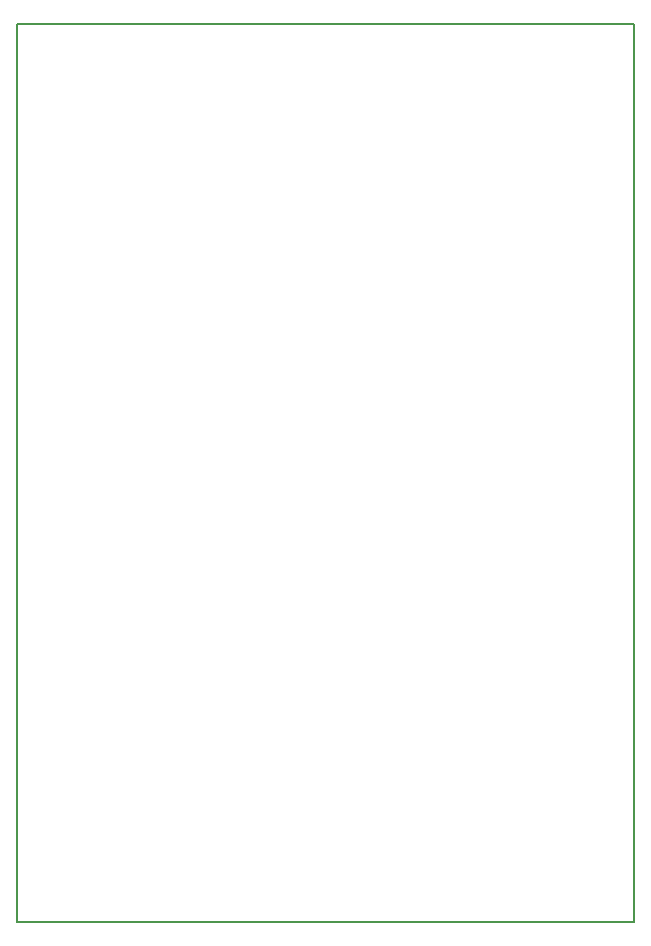
<source format=gm1>
G04 MADE WITH FRITZING*
G04 WWW.FRITZING.ORG*
G04 DOUBLE SIDED*
G04 HOLES PLATED*
G04 CONTOUR ON CENTER OF CONTOUR VECTOR*
%ASAXBY*%
%FSLAX23Y23*%
%MOIN*%
%OFA0B0*%
%SFA1.0B1.0*%
%ADD10R,2.066220X3.002700*%
%ADD11C,0.008000*%
%ADD10C,0.008*%
%LNCONTOUR*%
G90*
G70*
G54D10*
G54D11*
X4Y2999D02*
X2062Y2999D01*
X2062Y4D01*
X4Y4D01*
X4Y2999D01*
D02*
G04 End of contour*
M02*
</source>
